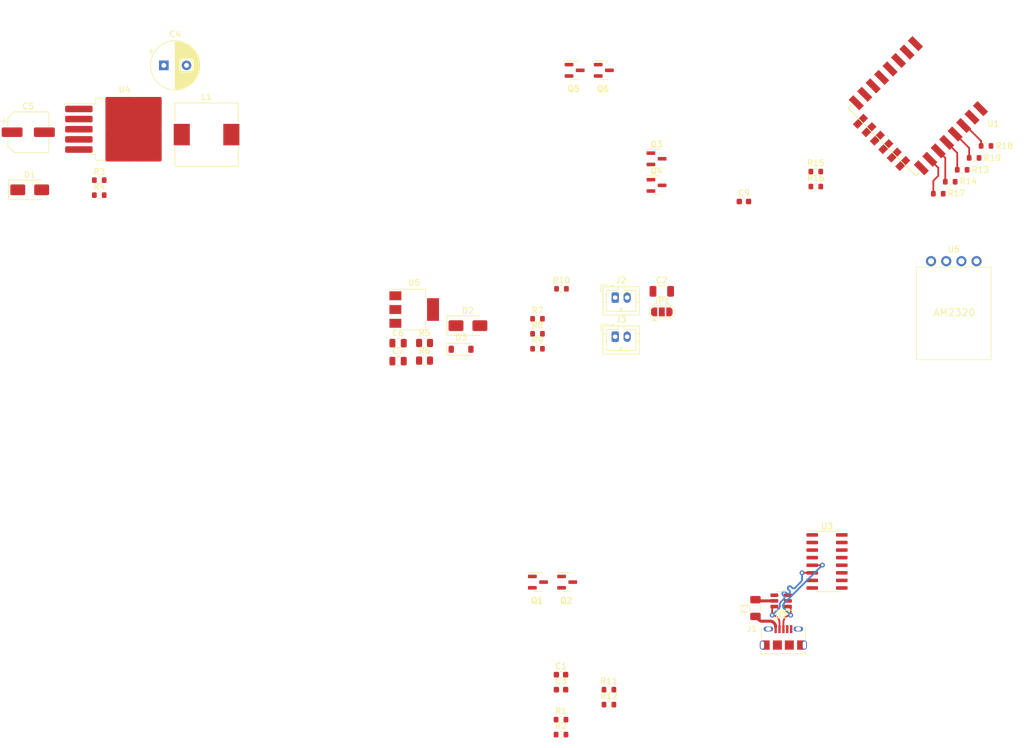
<source format=kicad_pcb>
(kicad_pcb (version 20221018) (generator pcbnew)
  (layers (0 "F.Cu" signal) (31 "B.Cu" signal) (34 "B.Paste" user) (35 "F.Paste" user) (36 "B.SilkS" user "B.Silkscreen") (37 "F.SilkS" user "F.Silkscreen") (38 "B.Mask" user) (39 "F.Mask" user) (44 "Edge.Cuts" user))
  (net 0 "")
  (net 1 "+3.3V")
  (net 2 "GND")
  (net 3 "ESP_EN")
  (net 4 "+24V")
  (net 5 "Net-(Q3-S)")
  (net 6 "+5V")
  (net 7 "ESP_RST")
  (net 8 "/OUT")
  (net 9 "VBUS")
  (net 10 "Net-(D3-A)")
  (net 11 "Net-(J1-VBUS)")
  (net 13 "Net-(J3-Pin_2)")
  (net 14 "Net-(J4-Pin_1)")
  (net 15 "Net-(Q1-G)")
  (net 16 "Net-(Q1-S)")
  (net 17 "ESP_GPIO0")
  (net 18 "Net-(Q2-S)")
  (net 19 "Net-(Q3-G)")
  (net 20 "Net-(Q3-D)")
  (net 21 "Net-(Q5-G)")
  (net 22 "Net-(Q6-G)")
  (net 23 "ESP_RXD")
  (net 24 "ESP_TXD")
  (net 25 "/FB")
  (net 26 "ESP_PWM-LEDS")
  (net 27 "ESP_PWM-FAN")
  (net 28 "Net-(U3-~{RTS})")
  (net 29 "ESP_GPIO2")
  (net 30 "ESP_GPIO15")
  (net 31 "Net-(U1-GPIO5)")
  (net 32 "Net-(U1-GPIO4)")
  (net 35 "ESP_PIR-SENS")
  (net 51 "/D-")
  (net 52 "/D+")
  (footprint "Resistor_SMD:R_0805_2012Metric" (layer "F.Cu") (at 113.01 95)
    (fp_text reference "R5" (at 0 -1.65) (layer "F.SilkS"))
    (fp_text value "1k")
    (pad "1" smd roundrect (at -0.9125 0) (size 1.025 1.4) (layers "F.Cu" "F.Paste" "F.Mask") (roundrect_rratio 0.243902) (net 19 "Net-(Q3-G)"))
    (pad "2" smd roundrect (at 0.9125 0) (size 1.025 1.4) (layers "F.Cu" "F.Paste" "F.Mask") (roundrect_rratio 0.243902) (net 9 "VBUS"))
  )
  (footprint "Package_TO_SOT_SMD:SOT-23" (layer "F.Cu") (at 151.84 68.6)
    (fp_text reference "Q4" (at 0 -2.4) (layer "F.SilkS"))
    (fp_text value "SI2301")
    (pad "1" smd roundrect (at -0.9375 -0.95) (size 1.475 0.6) (layers "F.Cu" "F.Paste" "F.Mask") (net 19 "Net-(Q3-G)"))
    (pad "2" smd roundrect (at -0.9375 0.95) (size 1.475 0.6) (layers "F.Cu" "F.Paste" "F.Mask") (net 6 "+5V"))
    (pad "3" smd roundrect (at 0.9375 0) (size 1.475 0.6) (layers "F.Cu" "F.Paste" "F.Mask") (net 20 "Net-(Q3-D)"))
  )
  (footprint "Resistor_SMD:R_0603_1608Metric" (layer "F.Cu") (at 58.565 67.73)
    (fp_text reference "R3" (at 0 -1.43) (layer "F.SilkS"))
    (fp_text value "1k2")
    (pad "1" smd roundrect (at -0.825 0) (size 0.8 0.95) (layers "F.Cu" "F.Paste" "F.Mask") (net 2 "GND"))
    (pad "2" smd roundrect (at 0.825 0) (size 0.8 0.95) (layers "F.Cu" "F.Paste" "F.Mask") (net 25 "/FB"))
  )
  (footprint "Diode_SMD:D_SMA" (layer "F.Cu") (at 46.92 69.35)
    (fp_text reference "D1" (at 0 -2.5) (layer "F.SilkS"))
    (fp_text value "SS34")
    (pad "1" smd roundrect (at -2 0) (size 2.5 1.8) (layers "F.Cu" "F.Paste" "F.Mask") (roundrect_rratio 0.1388888889) (net 8 "/OUT"))
    (pad "2" smd roundrect (at 2 0) (size 2.5 1.8) (layers "F.Cu" "F.Paste" "F.Mask") (roundrect_rratio 0.1388888889) (net 2 "GND"))
  )
  (footprint "Capacitor_SMD:C_0603_1608Metric" (layer "F.Cu") (at 135.855 150.555)
    (fp_text reference "C1" (at 0 -1.43) (layer "F.SilkS"))
    (fp_text value "100n")
    (pad "1" smd roundrect (at -0.775 0) (size 0.9 0.95) (layers "F.Cu" "F.Paste" "F.Mask") (net 1 "+3.3V"))
    (pad "2" smd roundrect (at 0.775 0) (size 0.9 0.95) (layers "F.Cu" "F.Paste" "F.Mask") (net 2 "GND"))
  )
  (footprint "Diode_SMD:D_SOD-123" (layer "F.Cu") (at 119.125 96.05)
    (fp_text reference "D3" (at 0 -2) (layer "F.SilkS"))
    (fp_text value "1N4148")
    (pad "1" smd roundrect (at -1.65 0) (size 0.9 1.2) (layers "F.Cu" "F.Paste" "F.Mask") (net 4 "+24V"))
    (pad "2" smd roundrect (at 1.65 0) (size 0.9 1.2) (layers "F.Cu" "F.Paste" "F.Mask") (net 10 "Net-(D3-A)"))
  )
  (footprint "Diode_SMD:D_SMA" (layer "F.Cu") (at 120.275 92.1)
    (fp_text reference "D2" (at 0 -2.5) (layer "F.SilkS"))
    (fp_text value "SS34")
    (pad "1" smd roundrect (at -2 0) (size 2.5 1.8) (layers "F.Cu" "F.Paste" "F.Mask") (roundrect_rratio 0.1388888889) (net 6 "+5V"))
    (pad "2" smd roundrect (at 2 0) (size 2.5 1.8) (layers "F.Cu" "F.Paste" "F.Mask") (roundrect_rratio 0.1388888889) (net 9 "VBUS"))
  )
  (footprint "Resistor_SMD:R_0805_2012Metric" (layer "F.Cu") (at 113.01 97.95)
    (fp_text reference "R6" (at 0 -1.65) (layer "F.SilkS"))
    (fp_text value "10k")
    (pad "1" smd roundrect (at -0.9125 0) (size 1.025 1.4) (layers "F.Cu" "F.Paste" "F.Mask") (roundrect_rratio 0.243902) (net 9 "VBUS"))
    (pad "2" smd roundrect (at 0.9125 0) (size 1.025 1.4) (layers "F.Cu" "F.Paste" "F.Mask") (roundrect_rratio 0.243902) (net 2 "GND"))
  )
  (footprint "Fuse:Fuse_1206_3216Metric" (layer "F.Cu") (at 168.4 139.4 90)
    (fp_text reference "F1" (at 0 -1.82 90) (layer "F.SilkS"))
    (fp_text value "1A5")
    (pad "1" smd roundrect (at -1.4 0 90) (size 1.25 1.75) (layers "F.Cu" "F.Paste" "F.Mask") (roundrect_rratio 0.2) (net 11 "Net-(J1-VBUS)"))
    (pad "2" smd roundrect (at 1.4 0 90) (size 1.25 1.75) (layers "F.Cu" "F.Paste" "F.Mask") (roundrect_rratio 0.2) (net 9 "VBUS"))
  )
  (footprint "Capacitor_SMD:C_0603_1608Metric" (layer "F.Cu") (at 166.47 71.31)
    (fp_text reference "C9" (at 0 -1.43) (layer "F.SilkS"))
    (fp_text value "470p")
    (pad "1" smd roundrect (at -0.775 0) (size 0.9 0.95) (layers "F.Cu" "F.Paste" "F.Mask") (net 7 "ESP_RST"))
    (pad "2" smd roundrect (at 0.775 0) (size 0.9 0.95) (layers "F.Cu" "F.Paste" "F.Mask") (net 2 "GND"))
  )
  (footprint "USB:SI2300 SOT-23" (layer "F.Cu") (at 131.845 138.655)
    (fp_text reference "Q1" (at 0 -0.5 unlocked) (layer "F.SilkS") (effects (font (thickness 0.2) bold)))
    (fp_text value "SI2300")
    (pad "1" smd roundrect (at 1.0875 -3.6) (size 1.475 0.6) (layers "F.Cu" "F.Paste" "F.Mask") (net 3 "ESP_EN"))
    (pad "2" smd roundrect (at -0.7875 -4.55) (size 1.475 0.6) (layers "F.Cu" "F.Paste" "F.Mask") (net 15 "Net-(Q1-G)"))
    (pad "3" smd roundrect (at -0.7875 -2.65) (size 1.475 0.6) (layers "F.Cu" "F.Paste" "F.Mask") (net 16 "Net-(Q1-S)"))
  )
  (footprint "Resistor_SMD:R_0603_1608Metric" (layer "F.Cu") (at 131.92 90.95)
    (fp_text reference "R7" (at 0 -1.43) (layer "F.SilkS"))
    (fp_text value "0")
    (pad "1" smd roundrect (at -0.825 0) (size 0.8 0.95) (layers "F.Cu" "F.Paste" "F.Mask") (net 21 "Net-(Q5-G)"))
    (pad "2" smd roundrect (at 0.825 0) (size 0.8 0.95) (layers "F.Cu" "F.Paste" "F.Mask") (net 26 "ESP_PWM-LEDS"))
  )
  (footprint "USB:SI2300 SOT-23" (layer "F.Cu") (at 137.98 52.93)
    (fp_text reference "Q5" (at 0 -0.5 unlocked) (layer "F.SilkS") (effects (font (thickness 0.2) bold)))
    (fp_text value "SI2300")
    (pad "1" smd roundrect (at 1.0875 -3.6) (size 1.475 0.6) (layers "F.Cu" "F.Paste" "F.Mask") (net 13 "Net-(J3-Pin_2)"))
    (pad "2" smd roundrect (at -0.7875 -4.55) (size 1.475 0.6) (layers "F.Cu" "F.Paste" "F.Mask") (net 21 "Net-(Q5-G)"))
    (pad "3" smd roundrect (at -0.7875 -2.65) (size 1.475 0.6) (layers "F.Cu" "F.Paste" "F.Mask") (net 2 "GND"))
  )
  (footprint "Resistor_SMD:R_0603_1608Metric" (layer "F.Cu") (at 131.92 93.46)
    (fp_text reference "R8" (at 0 -1.43) (layer "F.SilkS"))
    (fp_text value "10k")
    (pad "1" smd roundrect (at -0.825 0) (size 0.8 0.95) (layers "F.Cu" "F.Paste" "F.Mask") (net 21 "Net-(Q5-G)"))
    (pad "2" smd roundrect (at 0.825 0) (size 0.8 0.95) (layers "F.Cu" "F.Paste" "F.Mask") (net 2 "GND"))
  )
  (footprint "Package_TO_SOT_SMD:SOT-223-3_TabPin2" (layer "F.Cu") (at 111.28 89.4)
    (fp_text reference "U5" (at 0 -4.5) (layer "F.SilkS"))
    (fp_text value "AMS1117-3.3")
    (pad "1" smd rect (at -3.15 -2.3) (size 2 1.5) (layers "F.Cu" "F.Paste" "F.Mask") (net 2 "GND"))
    (pad "2" smd rect (at -3.15 0) (size 2 1.5) (layers "F.Cu" "F.Paste" "F.Mask") (net 1 "+3.3V"))
    (pad "2" smd rect (at 3.15 0) (size 2 3.8) (layers "F.Cu" "F.Paste" "F.Mask") (net 1 "+3.3V"))
    (pad "3" smd rect (at -3.15 2.3) (size 2 1.5) (layers "F.Cu" "F.Paste" "F.Mask") (net 6 "+5V"))
  )
  (footprint "Package_TO_SOT_SMD:SOT-23" (layer "F.Cu") (at 151.84 64.15)
    (fp_text reference "Q3" (at 0 -2.4) (layer "F.SilkS"))
    (fp_text value "SI2301")
    (pad "1" smd roundrect (at -0.9375 -0.95) (size 1.475 0.6) (layers "F.Cu" "F.Paste" "F.Mask") (net 19 "Net-(Q3-G)"))
    (pad "2" smd roundrect (at -0.9375 0.95) (size 1.475 0.6) (layers "F.Cu" "F.Paste" "F.Mask") (net 5 "Net-(Q3-S)"))
    (pad "3" smd roundrect (at 0.9375 0) (size 1.475 0.6) (layers "F.Cu" "F.Paste" "F.Mask") (net 20 "Net-(Q3-D)"))
  )
  (footprint "Resistor_SMD:R_0603_1608Metric" (layer "F.Cu") (at 207 62 180)
    (fp_text reference "R18" (at -3.048 0) (layer "F.SilkS"))
    (fp_text value "4k7")
    (pad "1" smd roundrect (at -0.825 0 180) (size 0.8 0.95) (layers "F.Cu" "F.Paste" "F.Mask") (net 1 "+3.3V"))
    (pad "2" smd roundrect (at 0.825 0 180) (size 0.8 0.95) (layers "F.Cu" "F.Paste" "F.Mask") (net 31 "Net-(U1-GPIO5)"))
  )
  (footprint "Resistor_SMD:R_0603_1608Metric" (layer "F.Cu") (at 178.5 66.29)
    (fp_text reference "R15" (at 0 -1.43) (layer "F.SilkS"))
    (fp_text value "10k")
    (pad "1" smd roundrect (at -0.825 0) (size 0.8 0.95) (layers "F.Cu" "F.Paste" "F.Mask") (net 3 "ESP_EN"))
    (pad "2" smd roundrect (at 0.825 0) (size 0.8 0.95) (layers "F.Cu" "F.Paste" "F.Mask") (net 1 "+3.3V"))
  )
  (footprint "Resistor_SMD:R_0603_1608Metric" (layer "F.Cu") (at 178.5 68.8)
    (fp_text reference "R16" (at 0 -1.43) (layer "F.SilkS"))
    (fp_text value "10k")
    (pad "1" smd roundrect (at -0.825 0) (size 0.8 0.95) (layers "F.Cu" "F.Paste" "F.Mask") (net 7 "ESP_RST"))
    (pad "2" smd roundrect (at 0.825 0) (size 0.8 0.95) (layers "F.Cu" "F.Paste" "F.Mask") (net 1 "+3.3V"))
  )
  (footprint "Custom:AM2320" (layer "F.Cu") (at 201.6 81.3 180)
    (fp_text reference "U6" (at 0 2 unlocked) (layer "F.SilkS"))
    (fp_text value "AM2320")
    (fp_text user "AM2320" (at 3.5 -9.3 unlocked) (layer "F.SilkS") (effects (font (size 1.2 1.2)) (justify left bottom)))
    (pad "1" thru_hole oval (at -3.81 0 270) (size 1.7 1.7) (drill 1) (layers "*.Cu" "*.Mask") (net 1 "+3.3V"))
    (pad "2" thru_hole oval (at -1.27 0 270) (size 1.7 1.7) (drill 1) (layers "*.Cu" "*.Mask") (net 32 "Net-(U1-GPIO4)"))
    (pad "3" thru_hole oval (at 1.27 0 270) (size 1.7 1.7) (drill 1) (layers "*.Cu" "*.Mask") (net 2 "GND"))
    (pad "4" thru_hole oval (at 3.81 0 270) (size 1.7 1.7) (drill 1) (layers "*.Cu" "*.Mask") (net 31 "Net-(U1-GPIO5)"))
  )
  (footprint "ESP8266:ESP-12E_SMD" (layer "F.Cu") (at 195.671032 45.357829 -45)
    (fp_text reference "U1" (at 18.010815 0.292179) (layer "F.SilkS"))
    (fp_text value "ESP12-F" hide)
    (pad "1" smd rect (at 0 0 315) (size 2.5 1.1) (drill (offset -0.7 0)) (layers "F.Cu" "F.Paste" "F.Mask") (net 7 "ESP_RST"))
    (pad "2" smd rect (at 0 2 315) (size 2.5 1.1) (drill (offset -0.7 0)) (layers "F.Cu" "F.Paste" "F.Mask"))
    (pad "3" smd rect (at 0 4 315) (size 2.5 1.1) (drill (offset -0.7 0)) (layers "F.Cu" "F.Paste" "F.Mask") (net 3 "ESP_EN"))
    (pad "4" smd rect (at 0 6 315) (size 2.5 1.1) (drill (offset -0.7 0)) (layers "F.Cu" "F.Paste" "F.Mask"))
    (pad "5" smd rect (at 0 8 315) (size 2.5 1.1) (drill (offset -0.7 0)) (layers "F.Cu" "F.Paste" "F.Mask") (net 35 "ESP_PIR-SENS"))
    (pad "6" smd rect (at 0 10 315) (size 2.5 1.1) (drill (offset -0.7 0)) (layers "F.Cu" "F.Paste" "F.Mask") (net 26 "ESP_PWM-LEDS"))
    (pad "7" smd rect (at 0 12 315) (size 2.5 1.1) (drill (offset -0.7 0)) (layers "F.Cu" "F.Paste" "F.Mask") (net 27 "ESP_PWM-FAN"))
    (pad "8" smd rect (at 0 14 315) (size 2.5 1.1) (drill (offset -0.7 0)) (layers "F.Cu" "F.Paste" "F.Mask") (net 1 "+3.3V"))
    (pad "9" smd rect (at 14 14 315) (size 2.5 1.1) (drill (offset 0.7 0)) (layers "F.Cu" "F.Paste" "F.Mask") (net 2 "GND"))
    (pad "10" smd rect (at 14 12 315) (size 2.5 1.1) (drill (offset 0.7 0)) (layers "F.Cu" "F.Paste" "F.Mask") (net 30 "ESP_GPIO15"))
    (pad "11" smd rect (at 14 10 315) (size 2.5 1.1) (drill (offset 0.7 0)) (layers "F.Cu" "F.Paste" "F.Mask") (net 29 "ESP_GPIO2"))
    (pad "12" smd rect (at 14 8 315) (size 2.5 1.1) (drill (offset 0.7 0)) (layers "F.Cu" "F.Paste" "F.Mask") (net 17 "ESP_GPIO0"))
    (pad "13" smd rect (at 14 6 315) (size 2.5 1.1) (drill (offset 0.7 0)) (layers "F.Cu" "F.Paste" "F.Mask") (net 32 "Net-(U1-GPIO4)"))
    (pad "14" smd rect (at 14 4 315) (size 2.5 1.1) (drill (offset 0.7 0)) (layers "F.Cu" "F.Paste" "F.Mask") (net 31 "Net-(U1-GPIO5)"))
    (pad "15" smd rect (at 14 2 315) (size 2.5 1.1) (drill (offset 0.7 0)) (layers "F.Cu" "F.Paste" "F.Mask") (net 23 "ESP_RXD"))
    (pad "16" smd rect (at 14 0 315) (size 2.5 1.1) (drill (offset 0.7 0)) (layers "F.Cu" "F.Paste" "F.Mask") (net 24 "ESP_TXD"))
    (pad "17" smd rect (at 1.99 15 45) (size 2.5 1.1) (drill (offset -0.7 0)) (layers "F.Cu" "F.Paste" "F.Mask"))
    (pad "18" smd rect (at 3.99 15 45) (size 2.5 1.1) (drill (offset -0.7 0)) (layers "F.Cu" "F.Paste" "F.Mask"))
    (pad "19" smd rect (at 5.99 15 45) (size 2.5 1.1) (drill (offset -0.7 0)) (layers "F.Cu" "F.Paste" "F.Mask"))
    (pad "20" smd rect (at 7.99 15 45) (size 2.5 1.1) (drill (offset -0.7 0)) (layers "F.Cu" "F.Paste" "F.Mask"))
    (pad "21" smd rect (at 9.99 15 45) (size 2.5 1.1) (drill (offset -0.7 0)) (layers "F.Cu" "F.Paste" "F.Mask"))
    (pad "22" smd rect (at 11.99 15 45) (size 2.5 1.1) (drill (offset -0.7 0)) (layers "F.Cu" "F.Paste" "F.Mask"))
  )
  (footprint "Resistor_SMD:R_0603_1608Metric" (layer "F.Cu") (at 205 64 180)
    (fp_text reference "R19" (at -3.048 0) (layer "F.SilkS"))
    (fp_text value "4k7")
    (pad "1" smd roundrect (at -0.825 0 180) (size 0.8 0.95) (layers "F.Cu" "F.Paste" "F.Mask") (net 1 "+3.3V"))
    (pad "2" smd roundrect (at 0.825 0 180) (size 0.8 0.95) (layers "F.Cu" "F.Paste" "F.Mask") (net 32 "Net-(U1-GPIO4)"))
  )
  (footprint "Resistor_SMD:R_0603_1608Metric" (layer "F.Cu") (at 199 70)
    (fp_text reference "R17" (at 3.03 -0.08) (layer "F.SilkS"))
    (fp_text value "10k")
    (pad "1" smd roundrect (at -0.825 0) (size 0.8 0.95) (layers "F.Cu" "F.Paste" "F.Mask") (net 30 "ESP_GPIO15"))
    (pad "2" smd roundrect (at 0.825 0) (size 0.8 0.95) (layers "F.Cu" "F.Paste" "F.Mask") (net 2 "GND"))
  )
  (footprint "Capacitor_SMD:C_1206_3216Metric" (layer "F.Cu") (at 152.72 86.35)
    (fp_text reference "C2" (at 0 -1.85) (layer "F.SilkS"))
    (fp_text value "100u")
    (pad "1" smd roundrect (at -1.475 0) (size 1.15 1.8) (layers "F.Cu" "F.Paste" "F.Mask") (roundrect_rratio 0.217391) (net 1 "+3.3V"))
    (pad "2" smd roundrect (at 1.475 0) (size 1.15 1.8) (layers "F.Cu" "F.Paste" "F.Mask") (roundrect_rratio 0.217391) (net 2 "GND"))
  )
  (footprint "USB:SI2300 SOT-23" (layer "F.Cu") (at 142.87 52.93)
    (fp_text reference "Q6" (at 0 -0.5 unlocked) (layer "F.SilkS") (effects (font (thickness 0.2) bold)))
    (fp_text value "SI2300")
    (pad "1" smd roundrect (at 1.0875 -3.6) (size 1.475 0.6) (layers "F.Cu" "F.Paste" "F.Mask") (net 10 "Net-(D3-A)"))
    (pad "2" smd roundrect (at -0.7875 -4.55) (size 1.475 0.6) (layers "F.Cu" "F.Paste" "F.Mask") (net 22 "Net-(Q6-G)"))
    (pad "3" smd roundrect (at -0.7875 -2.65) (size 1.475 0.6) (layers "F.Cu" "F.Paste" "F.Mask") (net 2 "GND"))
  )
  (footprint "Capacitor_SMD:C_0603_1608Metric" (layer "F.Cu") (at 135.855 153.065)
    (fp_text reference "C3" (at 0 -1.43) (layer "F.SilkS"))
    (fp_text value "1u")
    (pad "1" smd roundrect (at -0.775 0) (size 0.9 0.95) (layers "F.Cu" "F.Paste" "F.Mask") (net 3 "ESP_EN"))
    (pad "2" smd roundrect (at 0.775 0) (size 0.9 0.95) (layers "F.Cu" "F.Paste" "F.Mask") (net 2 "GND"))
  )
  (footprint "Resistor_SMD:R_0603_1608Metric" (layer "F.Cu") (at 143.875 155.575)
    (fp_text reference "R12" (at 0 -1.43) (layer "F.SilkS"))
    (fp_text value "0")
    (pad "1" smd roundrect (at -0.825 0) (size 0.8 0.95) (layers "F.Cu" "F.Paste" "F.Mask") (net 28 "Net-(U3-~{RTS})"))
    (pad "2" smd roundrect (at 0.825 0) (size 0.8 0.95) (layers "F.Cu" "F.Paste" "F.Mask") (net 16 "Net-(Q1-S)"))
  )
  (footprint "Capacitor_SMD:CP_Elec_6.3x7.7" (layer "F.Cu") (at 46.675 59.7)
    (fp_text reference "C5" (at 0 -4.35) (layer "F.SilkS"))
    (fp_text value "220u")
    (pad "1" smd roundrect (at -2.7 0) (size 3.5 1.6) (layers "F.Cu" "F.Paste" "F.Mask") (roundrect_rratio 0.15625) (net 5 "Net-(Q3-S)"))
    (pad "2" smd roundrect (at 2.7 0) (size 3.5 1.6) (layers "F.Cu" "F.Paste" "F.Mask") (roundrect_rratio 0.15625) (net 2 "GND"))
  )
  (footprint "Package_TO_SOT_SMD:SOT-23-6" (layer "F.Cu") (at 172.7 138.2 180)
    (fp_text reference "U2" (at 0 -2.4) (layer "F.SilkS"))
    (fp_text value "SRV05-4")
    (pad "1" smd roundrect (at -1.1375 -0.95 180) (size 1.325 0.6) (layers "F.Cu" "F.Paste" "F.Mask") (net 52 "/D+"))
    (pad "2" smd roundrect (at -1.1375 0 180) (size 1.325 0.6) (layers "F.Cu" "F.Paste" "F.Mask") (net 2 "GND"))
    (pad "3" smd roundrect (at -1.1375 0.95 180) (size 1.325 0.6) (layers "F.Cu" "F.Paste" "F.Mask"))
    (pad "4" smd roundrect (at 1.1375 0.95 180) (size 1.325 0.6) (layers "F.Cu" "F.Paste" "F.Mask"))
    (pad "5" smd roundrect (at 1.1375 0 180) (size 1.325 0.6) (layers "F.Cu" "F.Paste" "F.Mask") (net 9 "VBUS"))
    (pad "6" smd roundrect (at 1.1375 -0.95 180) (size 1.325 0.6) (layers "F.Cu" "F.Paste" "F.Mask") (net 51 "/D-"))
  )
  (footprint "Capacitor_SMD:C_0805_2012Metric" (layer "F.Cu") (at 108.58 95.03)
    (fp_text reference "C6" (at 0 -1.68) (layer "F.SilkS"))
    (fp_text value "10u")
    (pad "1" smd roundrect (at -0.95 0) (size 1 1.45) (layers "F.Cu" "F.Paste" "F.Mask") (net 6 "+5V"))
    (pad "2" smd roundrect (at 0.95 0) (size 1 1.45) (layers "F.Cu" "F.Paste" "F.Mask") (net 2 "GND"))
  )
  (footprint "Capacitor_THT:CP_Radial_D8.0mm_P3.80mm" (layer "F.Cu") (at 69.369698 48.5)
    (fp_text reference "C4" (at 1.9 -5.25) (layer "F.SilkS"))
    (fp_text value "100u")
    (pad "1" thru_hole rect (at 0 0) (size 1.6 1.6) (drill 0.8) (layers "*.Cu" "*.Mask") (net 4 "+24V"))
    (pad "2" thru_hole circle (at 3.8 0) (size 1.6 1.6) (drill 0.8) (layers "*.Cu" "*.Mask") (net 2 "GND"))
  )
  (footprint "Capacitor_SMD:C_0805_2012Metric" (layer "F.Cu") (at 108.58 98.04)
    (fp_text reference "C7" (at 0 -1.68) (layer "F.SilkS"))
    (fp_text value "10u")
    (pad "1" smd roundrect (at -0.95 0) (size 1 1.45) (layers "F.Cu" "F.Paste" "F.Mask") (net 1 "+3.3V"))
    (pad "2" smd roundrect (at 0.95 0) (size 1 1.45) (layers "F.Cu" "F.Paste" "F.Mask") (net 2 "GND"))
  )
  (footprint "USB:SI2300 SOT-23" (layer "F.Cu") (at 136.735 138.655)
    (fp_text reference "Q2" (at 0 -0.5 unlocked) (layer "F.SilkS") (effects (font (thickness 0.2) bold)))
    (fp_text value "SI2300")
    (pad "1" smd roundrect (at 1.0875 -3.6) (size 1.475 0.6) (layers "F.Cu" "F.Paste" "F.Mask") (net 17 "ESP_GPIO0"))
    (pad "2" smd roundrect (at -0.7875 -4.55) (size 1.475 0.6) (layers "F.Cu" "F.Paste" "F.Mask") (net 16 "Net-(Q1-S)"))
    (pad "3" smd roundrect (at -0.7875 -2.65) (size 1.475 0.6) (layers "F.Cu" "F.Paste" "F.Mask") (net 18 "Net-(Q2-S)"))
  )
  (footprint "USB:AMPHENOL_10118194-0001LF" (layer "F.Cu") (at 173.075 145.6)
    (fp_text reference "J1" (at -5.275 -2.7) (layer "F.SilkS"))
    (fp_text value "USB_B_Micro" hide)
    (fp_poly (pts (xy -2.3 -0.775) (xy -2.3 0.775) (xy -3.445 0.775) (xy -3.471 0.774) (xy -3.497 0.772) (xy -3.523 0.769) (xy -3.549 0.764) (xy -3.574 0.758) (xy -3.6 0.751) (xy -3.624 0.742) (xy -3.648 0.732) (xy -3.672 0.721) (xy -3.695 0.708) (xy -3.717 0.694) (xy -3.739 0.68) (xy -3.76 0.664) (xy -3.78 0.647) (xy -3.799 0.629) (xy -3.817 0.61) (xy -3.834 0.59) (xy -3.85 0.569) (xy -3.864 0.547) (xy -3.878 0.525) (xy -3.891 0.502) (xy -3.902 0.478) (xy -3.912 0.454) (xy -3.921 0.43) (xy -3.928 0.404) (xy -3.934 0.379) (xy -3.939 0.353) (xy -3.942 0.327) (xy -3.944 0.301) (xy -3.945 0.275) (xy -3.945 -0.275) (xy -3.944 -0.301) (xy -3.942 -0.327) (xy -3.939 -0.353) (xy -3.934 -0.379) (xy -3.928 -0.404) (xy -3.921 -0.43) (xy -3.912 -0.454) (xy -3.902 -0.478) (xy -3.891 -0.502) (xy -3.878 -0.525) (xy -3.864 -0.547) (xy -3.85 -0.569) (xy -3.834 -0.59) (xy -3.817 -0.61) (xy -3.799 -0.629) (xy -3.78 -0.647) (xy -3.76 -0.664) (xy -3.739 -0.68) (xy -3.717 -0.694) (xy -3.695 -0.708) (xy -3.672 -0.721) (xy -3.648 -0.732) (xy -3.624 -0.742) (xy -3.6 -0.751) (xy -3.574 -0.758) (xy -3.549 -0.764) (xy -3.523 -0.769) (xy -3.497 -0.772) (xy -3.471 -0.774) (xy -3.445 -0.775) (xy -2.3 -0.775)) (stroke (width 0.01)) (fill solid) (layer "F.Cu"))
    (fp_poly (pts (xy 2.3 -0.775) (xy 2.3 0.775) (xy 3.445 0.775) (xy 3.471 0.774) (xy 3.497 0.772) (xy 3.523 0.769) (xy 3.549 0.764) (xy 3.574 0.758) (xy 3.6 0.751) (xy 3.624 0.742) (xy 3.648 0.732) (xy 3.672 0.721) (xy 3.695 0.708) (xy 3.717 0.694) (xy 3.739 0.68) (xy 3.76 0.664) (xy 3.78 0.647) (xy 3.799 0.629) (xy 3.817 0.61) (xy 3.834 0.59) (xy 3.85 0.569) (xy 3.864 0.547) (xy 3.878 0.525) (xy 3.891 0.502) (xy 3.902 0.478) (xy 3.912 0.454) (xy 3.921 0.43) (xy 3.928 0.404) (xy 3.934 0.379) (xy 3.939 0.353) (xy 3.942 0.327) (xy 3.944 0.301) (xy 3.945 0.275) (xy 3.945 -0.275) (xy 3.944 -0.301) (xy 3.942 -0.327) (xy 3.939 -0.353) (xy 3.934 -0.379) (xy 3.928 -0.404) (xy 3.921 -0.43) (xy 3.912 -0.454) (xy 3.902 -0.478) (xy 3.891 -0.502) (xy 3.878 -0.525) (xy 3.864 -0.547) (xy 3.85 -0.569) (xy 3.834 -0.59) (xy 3.817 -0.61) (xy 3.799 -0.629) (xy 3.78 -0.647) (xy 3.76 -0.664) (xy 3.739 -0.68) (xy 3.717 -0.694) (xy 3.695 -0.708) (xy 3.672 -0.721) (xy 3.648 -0.732) (xy 3.624 -0.742) (xy 3.6 -0.751) (xy 3.574 -0.758) (xy 3.549 -0.764) (xy 3.523 -0.769) (xy 3.497 -0.772) (xy 3.471 -0.774) (xy 3.445 -0.775) (xy 2.3 -0.775)) (stroke (width 0.01)) (fill solid) (layer "F.Cu"))
    (pad "1" smd rect (at -1.3 -2.675) (size 0.4 1.35) (layers "F.Cu" "F.Paste" "F.Mask") (net 11 "Net-(J1-VBUS)"))
    (pad "2" smd rect (at -0.65 -2.675) (size 0.4 1.35) (layers "F.Cu" "F.Paste" "F.Mask") (net 51 "/D-"))
    (pad "3" smd rect (at 0 -2.675) (size 0.4 1.35) (layers "F.Cu" "F.Paste" "F.Mask") (net 52 "/D+"))
    (pad "4" smd rect (at 0.65 -2.675) (size 0.4 1.35) (layers "F.Cu" "F.Paste" "F.Mask") (net 2 "GND"))
    (pad "5" smd rect (at 1.3 -2.675) (size 0.4 1.35) (layers "F.Cu" "F.Paste" "F.Mask") (net 2 "GND"))
    (pad "6" thru_hole oval (at -3.525 0) (size 0.75 1.5) (drill oval 0.55 1.2) (layers "*.Cu" "*.Mask"))
    (pad "6" thru_hole oval (at -2.5 -2.7) (size 1.6 0.8) (drill oval 0.9 0.6) (layers "*.Cu" "*.Mask"))
    (pad "6" smd rect (at -1 0) (size 1.5 1.55) (layers "F.Cu" "F.Paste" "F.Mask"))
    (pad "6" smd rect (at 1 0) (size 1.5 1.55) (layers "F.Cu" "F.Paste" "F.Mask"))
    (pad "6" thru_hole oval (at 2.5 -2.7) (size 1.6 0.8) (drill oval 0.9 0.6) (layers "*.Cu" "*.Mask"))
    (pad "6" thru_hole oval (at 3.525 0) (size 0.75 1.5) (drill oval 0.55 1.2) (layers "*.Cu" "*.Mask"))
  )
  (footprint "Connector_JST:JST_PH_B2B-PH-K_1x02_P2.00mm_Vertical" (layer "F.Cu") (at 144.92 93.95)
    (fp_text reference "J3" (at 1 -2.9) (layer "F.SilkS"))
    (fp_text value "Leds connector")
    (pad "1" thru_hole roundrect (at 0 0) (size 1.2 1.75) (drill 0.75) (layers "*.Cu" "*.Mask") (roundrect_rratio 0.208333) (net 4 "+24V"))
    (pad "2" thru_hole oval (at 2 0) (size 1.2 1.75) (drill 0.75) (layers "*.Cu" "*.Mask") (net 13 "Net-(J3-Pin_2)"))
  )
  (footprint "Resistor_SMD:R_0603_1608Metric" (layer "F.Cu") (at 58.565 70.24)
    (fp_text reference "R4" (at 0 -1.43) (layer "F.SilkS"))
    (fp_text value "3k9")
    (pad "1" smd roundrect (at -0.825 0) (size 0.8 0.95) (layers "F.Cu" "F.Paste" "F.Mask") (net 25 "/FB"))
    (pad "2" smd roundrect (at 0.825 0) (size 0.8 0.95) (layers "F.Cu" "F.Paste" "F.Mask") (net 5 "Net-(Q3-S)"))
  )
  (footprint "Resistor_SMD:R_0603_1608Metric" (layer "F.Cu") (at 143.875 153.065)
    (fp_text reference "R11" (at 0 -1.43) (layer "F.SilkS"))
    (fp_text value "0")
    (pad "1" smd roundrect (at -0.825 0) (size 0.8 0.95) (layers "F.Cu" "F.Paste" "F.Mask") (net 18 "Net-(Q2-S)"))
    (pad "2" smd roundrect (at 0.825 0) (size 0.8 0.95) (layers "F.Cu" "F.Paste" "F.Mask") (net 15 "Net-(Q1-G)"))
  )
  (footprint "Resistor_SMD:R_0603_1608Metric" (layer "F.Cu") (at 203 66)
    (fp_text reference "R13" (at 3.048 0) (layer "F.SilkS"))
    (fp_text value "10k")
    (pad "1" smd roundrect (at -0.825 0) (size 0.8 0.95) (layers "F.Cu" "F.Paste" "F.Mask") (net 17 "ESP_GPIO0"))
    (pad "2" smd roundrect (at 0.825 0) (size 0.8 0.95) (layers "F.Cu" "F.Paste" "F.Mask") (net 1 "+3.3V"))
  )
  (footprint "Resistor_SMD:R_0603_1608Metric" (layer "F.Cu") (at 131.92 95.97)
    (fp_text reference "R9" (at 0 -1.43) (layer "F.SilkS"))
    (fp_text value "0")
    (pad "1" smd roundrect (at -0.825 0) (size 0.8 0.95) (layers "F.Cu" "F.Paste" "F.Mask") (net 22 "Net-(Q6-G)"))
    (pad "2" smd roundrect (at 0.825 0) (size 0.8 0.95) (layers "F.Cu" "F.Paste" "F.Mask") (net 27 "ESP_PWM-FAN"))
  )
  (footprint "Resistor_SMD:R_0603_1608Metric" (layer "F.Cu") (at 201 68)
    (fp_text reference "R14" (at 3.048 -0.09) (layer "F.SilkS"))
    (fp_text value "10k")
    (pad "1" smd roundrect (at -0.825 0) (size 0.8 0.95) (layers "F.Cu" "F.Paste" "F.Mask") (net 29 "ESP_GPIO2"))
    (pad "2" smd roundrect (at 0.825 0) (size 0.8 0.95) (layers "F.Cu" "F.Paste" "F.Mask") (net 1 "+3.3V"))
  )
  (footprint "Inductor_SMD:L_10.4x10.4_H4.8" (layer "F.Cu") (at 76.525 60.1)
    (fp_text reference "L1" (at 0 -6.35) (layer "F.SilkS"))
    (fp_text value "330m")
    (pad "1" smd rect (at -4.15 0) (size 2.7 3.6) (layers "F.Cu" "F.Paste" "F.Mask") (net 8 "/OUT"))
    (pad "2" smd rect (at 4.15 0) (size 2.7 3.6) (layers "F.Cu" "F.Paste" "F.Mask") (net 5 "Net-(Q3-S)"))
  )
  (footprint "Jumper:SolderJumper-3_P1.3mm_Open_RoundedPad1.0x1.5mm" (layer "F.Cu") (at 152.72 89.8)
    (fp_text reference "JP1" (at 0 -1.8) (layer "F.SilkS"))
    (fp_text value "SolderJumper_3_Open")
    (pad "1" smd custom (at -1.3 0) (size 1 0.5) (layers "F.Cu" "F.Mask") (net 6 "+5V") (options (clearance outline) (anchor rect)) (primitives (gr_circle (center 0 0.25) (end 0.5 0.25) (width 0) (fill yes)) (gr_circle (center 0 -0.25) (end 0.5 -0.25) (width 0) (fill yes)) (gr_poly (pts (xy 0.55 0.75) (xy 0 0.75) (xy 0 -0.75) (xy 0.55 -0.75)) (width 0) (fill yes))))
    (pad "2" smd rect (at 0 0) (size 1 1.5) (layers "F.Cu" "F.Mask") (net 14 "Net-(J4-Pin_1)"))
    (pad "3" smd custom (at 1.3 0) (size 1 0.5) (layers "F.Cu" "F.Mask") (net 1 "+3.3V") (options (clearance outline) (anchor rect)) (primitives (gr_circle (center 0 0.25) (end 0.5 0.25) (width 0) (fill yes)) (gr_circle (center 0 -0.25) (end 0.5 -0.25) (width 0) (fill yes)) (gr_poly (pts (xy 0 0.75) (xy -0.55 0.75) (xy -0.55 -0.75) (xy 0 -0.75)) (width 0) (fill yes))))
  )
  (footprint "Package_SO:SOIC-16_3.9x9.9mm_P1.27mm" (layer "F.Cu") (at 180.375 131.595)
    (fp_text reference "U3" (at 0 -5.9) (layer "F.SilkS"))
    (fp_text value "CH340C")
    (pad "1" smd roundrect (at -2.475 -4.445) (size 1.95 0.6) (layers "F.Cu" "F.Paste" "F.Mask") (net 2 "GND"))
    (pad "2" smd roundrect (at -2.475 -3.175) (size 1.95 0.6) (layers "F.Cu" "F.Paste" "F.Mask") (net 23 "ESP_RXD"))
    (pad "3" smd roundrect (at -2.475 -1.905) (size 1.95 0.6) (layers "F.Cu" "F.Paste" "F.Mask") (net 24 "ESP_TXD"))
    (pad "4" smd roundrect (at -2.475 -0.635) (size 1.95 0.6) (layers "F.Cu" "F.Paste" "F.Mask") (net 1 "+3.3V"))
    (pad "5" smd roundrect (at -2.475 0.635) (size 1.95 0.6) (layers "F.Cu" "F.Paste" "F.Mask") (net 52 "/D+"))
    (pad "6" smd roundrect (at -2.475 1.905) (size 1.95 0.6) (layers "F.Cu" "F.Paste" "F.Mask") (net 51 "/D-"))
    (pad "7" smd roundrect (at -2.475 3.175) (size 1.95 0.6) (layers "F.Cu" "F.Paste" "F.Mask"))
    (pad "8" smd roundrect (at -2.475 4.445) (size 1.95 0.6) (layers "F.Cu" "F.Paste" "F.Mask"))
    (pad "9" smd roundrect (at 2.475 4.445) (size 1.95 0.6) (layers "F.Cu" "F.Paste" "F.Mask"))
    (pad "10" smd roundrect (at 2.475 3.175) (size 1.95 0.6) (layers "F.Cu" "F.Paste" "F.Mask"))
    (pad "11" smd roundrect (at 2.475 1.905) (size 1.95 0.6) (layers "F.Cu" "F.Paste" "F.Mask"))
    (pad "12" smd roundrect (at 2.475 0.635) (size 1.95 0.6) (layers "F.Cu" "F.Paste" "F.Mask"))
    (pad "13" smd roundrect (at 2.475 -0.635) (size 1.95 0.6) (layers "F.Cu" "F.Paste" "F.Mask") (net 18 "Net-(Q2-S)"))
    (pad "14" smd roundrect (at 2.475 -1.905) (size 1.95 0.6) (layers "F.Cu" "F.Paste" "F.Mask") (net 28 "Net-(U3-~{RTS})"))
    (pad "15" smd roundrect (at 2.475 -3.175) (size 1.95 0.6) (layers "F.Cu" "F.Paste" "F.Mask"))
    (pad "16" smd roundrect (at 2.475 -4.445) (size 1.95 0.6) (layers "F.Cu" "F.Paste" "F.Mask") (net 1 "+3.3V"))
  )
  (footprint "Connector_JST:JST_PH_B2B-PH-K_1x02_P2.00mm_Vertical" (layer "F.Cu") (at 144.92 87.4)
    (fp_text reference "J2" (at 1 -2.9) (layer "F.SilkS"))
    (fp_text value "Fan connector")
    (pad "1" thru_hole roundrect (at 0 0) (size 1.2 1.75) (drill 0.75) (layers "*.Cu" "*.Mask") (roundrect_rratio 0.208333) (net 4 "+24V"))
    (pad "2" thru_hole oval (at 2 0) (size 1.2 1.75) (drill 0.75) (layers "*.Cu" "*.Mask") (net 10 "Net-(D3-A)"))
  )
  (footprint "Package_TO_SOT_SMD:TO-263-5_TabPin3" (layer "F.Cu") (at 62.8 59.2)
    (fp_text reference "U4" (at 0 -6.65) (layer "F.SilkS"))
    (fp_text value "LM2596S-ADJ")
    (pad "1" smd roundrect (at -7.65 -3.4) (size 4.6 1.1) (layers "F.Cu" "F.Paste" "F.Mask") (roundrect_rratio 0.227273) (net 4 "+24V"))
    (pad "2" smd roundrect (at -7.65 -1.7) (size 4.6 1.1) (layers "F.Cu" "F.Paste" "F.Mask") (roundrect_rratio 0.227273) (net 8 "/OUT"))
    (pad "3" smd roundrect (at -7.65 0) (size 4.6 1.1) (layers "F.Cu" "F.Paste" "F.Mask") (roundrect_rratio 0.227273) (net 2 "GND"))
    (pad "3" smd roundrect (at -0.925 -2.775) (size 4.55 5.25) (layers "F.Cu" "F.Paste") (roundrect_rratio 0.054945) (net 2 "GND"))
    (pad "3" smd roundrect (at -0.925 2.775) (size 4.55 5.25) (layers "F.Cu" "F.Paste") (roundrect_rratio 0.054945) (net 2 "GND"))
    (pad "3" smd roundrect (at 1.5 0) (size 9.4 10.8) (layers "F.Cu" "F.Mask") (roundrect_rratio 0.026596) (net 2 "GND"))
    (pad "3" smd roundrect (at 3.925 -2.775) (size 4.55 5.25) (layers "F.Cu" "F.Paste") (roundrect_rratio 0.054945) (net 2 "GND"))
    (pad "3" smd roundrect (at 3.925 2.775) (size 4.55 5.25) (layers "F.Cu" "F.Paste") (roundrect_rratio 0.054945) (net 2 "GND"))
    (pad "4" smd roundrect (at -7.65 1.7) (size 4.6 1.1) (layers "F.Cu" "F.Paste" "F.Mask") (roundrect_rratio 0.227273) (net 25 "/FB"))
    (pad "5" smd roundrect (at -7.65 3.4) (size 4.6 1.1) (layers "F.Cu" "F.Paste" "F.Mask") (roundrect_rratio 0.227273) (net 2 "GND"))
  )
  (footprint "Resistor_SMD:R_0603_1608Metric" (layer "F.Cu") (at 135.855 160.595)
    (fp_text reference "R2" (at 0 -1.43) (layer "F.SilkS"))
    (fp_text value "4k7")
    (pad "1" smd roundrect (at -0.825 0) (size 0.8 0.95) (layers "F.Cu" "F.Paste" "F.Mask") (net 1 "+3.3V"))
    (pad "2" smd roundrect (at 0.825 0) (size 0.8 0.95) (layers "F.Cu" "F.Paste" "F.Mask") (net 24 "ESP_TXD"))
  )
  (footprint "Resistor_SMD:R_0603_1608Metric" (layer "F.Cu") (at 135.93 85.93)
    (fp_text reference "R10" (at 0 -1.43) (layer "F.SilkS"))
    (fp_text value "10k")
    (pad "1" smd roundrect (at -0.825 0) (size 0.8 0.95) (layers "F.Cu" "F.Paste" "F.Mask") (net 22 "Net-(Q6-G)"))
    (pad "2" smd roundrect (at 0.825 0) (size 0.8 0.95) (layers "F.Cu" "F.Paste" "F.Mask") (net 2 "GND"))
  )
  (footprint "Resistor_SMD:R_0603_1608Metric" (layer "F.Cu") (at 135.855 158.085)
    (fp_text reference "R1" (at 0 -1.43) (layer "F.SilkS"))
    (fp_text value "4k7")
    (pad "1" smd roundrect (at -0.825 0) (size 0.8 0.95) (layers "F.Cu" "F.Paste" "F.Mask") (net 1 "+3.3V"))
    (pad "2" smd roundrect (at 0.825 0) (size 0.8 0.95) (layers "F.Cu" "F.Paste" "F.Mask") (net 23 "ESP_RXD"))
  )
  (segment (start 168.6 138.2) (end 168.4 138) (width 0.5) (layer "F.Cu") (net 9))
  (segment (start 171.5625 138.2) (end 168.6 138.2) (width 0.5) (layer "F.Cu") (net 9))
  (segment (start 168.4 140.8) (end 168.98033 141.38033) (width 0.5) (layer "F.Cu") (net 11))
  (segment (start 171.775 142.48566) (end 171.775 142.504882) (width 0.5) (layer "F.Cu") (net 11))
  (segment (start 169.51066 141.6) (end 170.88934 141.6) (width 0.5) (layer "F.Cu") (net 11))
  (segment (start 171.41967 141.81967) (end 171.55533 141.95533) (width 0.5) (layer "F.Cu") (net 11))
  (arc (start 169.51066 141.6) (mid 169.223647 141.54291) (end 168.98033 141.38033) (width 0.5) (layer "F.Cu") (net 11))
  (arc (start 170.88934 141.6) (mid 171.176353 141.65709) (end 171.41967 141.81967) (width 0.5) (layer "F.Cu") (net 11))
  (arc (start 171.55533 141.95533) (mid 171.71791 142.198647) (end 171.775 142.48566) (width 0.5) (layer "F.Cu") (net 11))
  (segment (start 202.175 63.175505) (end 199.913673 60.914178) (width 0.3) (layer "F.Cu") (net 17))
  (segment (start 202.175 66) (end 202.175 63.175505) (width 0.3) (layer "F.Cu") (net 17))
  (segment (start 200.175 68) (end 200.175 64.003933) (width 0.3) (layer "F.Cu") (net 29))
  (segment (start 200.175 64.003933) (end 198.499459 62.328392) (width 0.3) (layer "F.Cu") (net 29))
  (segment (start 198.175 67.825) (end 198.175 70) (width 0.3) (layer "F.Cu") (net 30))
  (segment (start 199 65.657359) (end 199 67) (width 0.3) (layer "F.Cu") (net 30))
  (segment (start 197.085246 63.742605) (end 199 65.657359) (width 0.3) (layer "F.Cu") (net 30))
  (segment (start 199 67) (end 198.175 67.825) (width 0.3) (layer "F.Cu") (net 30))
  (segment (start 206.175 62) (end 206.175 61.175) (width 0.3) (layer "F.Cu") (net 31))
  (segment (start 203.085751 58.085751) (end 202.7421 58.085751) (width 0.3) (layer "F.Cu") (net 31))
  (segment (start 206.175 61.175) (end 203.085751 58.085751) (width 0.3) (layer "F.Cu") (net 31))
  (segment (start 204.175 64) (end 204.175 62.347079) (width 0.3) (layer "F.Cu") (net 32))
  (segment (start 204.175 62.347079) (end 201.327886 59.499965) (width 0.3) (layer "F.Cu") (net 32))
  (segment (start 171.2 140.6) (end 171.2 139.15) (width 0.3) (layer "F.Cu") (net 51))
  (segment (start 172.425 142.925) (end 172.425 141.825) (width 0.3) (layer "F.Cu") (net 51))
  (segment (start 177.9 133.5) (end 176.2 133.5) (width 0.3) (layer "F.Cu") (net 51))
  (segment (start 171.2 139.15) (end 171.5625 139.15) (width 0.3) (layer "F.Cu") (net 51))
  (via (at 171.2 140.6) (size 0.8) (drill 0.4) (layers "F.Cu" "B.Cu") (net 51))
  (via (at 176.2 133.5) (size 0.8) (drill 0.4) (layers "F.Cu" "B.Cu") (net 51))
  (arc (start 172.425 141.825) (mid 172.066206 140.958794) (end 171.2 140.6) (width 0.3) (layer "F.Cu") (net 51))
  (segment (start 173.172612 137.849567) (end 173.172611 137.849568) (width 0.3) (layer "B.Cu") (net 51))
  (segment (start 174.091851 136.930328) (end 174.091852 136.93033) (width 0.3) (layer "B.Cu") (net 51))
  (segment (start 176.024264 134.997918) (end 175.011091 136.011091) (width 0.3) (layer "B.Cu") (net 51))
  (segment (start 172.98968 136.747396) (end 172.989679 136.747397) (width 0.3) (layer "B.Cu") (net 51))
  (segment (start 173.172611 137.849568) (end 172.650736 138.371446) (width 0.3) (layer "B.Cu") (net 51))
  (segment (start 172.989679 137.207016) (end 173.172611 137.389948) (width 0.3) (layer "B.Cu") (net 51))
  (segment (start 174.551471 136.011091) (end 174.36856 135.82818) (width 0.3) (layer "B.Cu") (net 51))
  (segment (start 176.2 133.5) (end 176.2 134.573654) (width 0.3) (layer "B.Cu") (net 51))
  (segment (start 173.908941 136.287799) (end 174.091851 136.470709) (width 0.3) (layer "B.Cu") (net 51))
  (segment (start 173.908941 136.287798) (end 173.908941 136.287799) (width 0.3) (layer "B.Cu") (net 51))
  (segment (start 172.299264 139.500736) (end 171.2 140.6) (width 0.3) (layer "B.Cu") (net 51))
  (segment (start 174.09185 136.930328) (end 174.091851 136.930328) (width 0.3) (layer "B.Cu") (net 51))
  (segment (start 173.908941 135.828181) (end 173.908941 135.82818) (width 0.3) (layer "B.Cu") (net 51))
  (segment (start 172.989679 137.207015) (end 172.989679 137.207016) (width 0.3) (layer "B.Cu") (net 51))
  (segment (start 172.475 138.79571) (end 172.475 139.076472) (width 0.3) (layer "B.Cu") (net 51))
  (segment (start 173.632232 136.93033) (end 173.449299 136.747397) (width 0.3) (layer "B.Cu") (net 51))
  (arc (start 176.2 134.573654) (mid 176.154328 134.803264) (end 176.024264 134.997918) (width 0.3) (layer "B.Cu") (net 51))
  (arc (start 174.36856 135.82818) (mid 174.13875 135.73299) (end 173.908941 135.828181) (width 0.3) (layer "B.Cu") (net 51))
  (arc (start 172.989679 136.747397) (mid 172.894489 136.977206) (end 172.989679 137.207015) (width 0.3) (layer "B.Cu") (net 51))
  (arc (start 175.011091 136.011091) (mid 174.781281 136.106281) (end 174.551471 136.011091) (width 0.3) (layer "B.Cu") (net 51))
  (arc (start 173.449299 136.747397) (mid 173.21949 136.652206) (end 172.98968 136.747396) (width 0.3) (layer "B.Cu") (net 51))
  (arc (start 174.091851 136.470709) (mid 174.187041 136.700519) (end 174.09185 136.930328) (width 0.3) (layer "B.Cu") (net 51))
  (arc (start 174.091852 136.93033) (mid 173.862042 137.02552) (end 173.632232 136.93033) (width 0.3) (layer "B.Cu") (net 51))
  (arc (start 172.475 139.076472) (mid 172.429328 139.306082) (end 172.299264 139.500736) (width 0.3) (layer "B.Cu") (net 51))
  (arc (start 172.650736 138.371446) (mid 172.520672 138.5661) (end 172.475 138.79571) (width 0.3) (layer "B.Cu") (net 51))
  (arc (start 173.908941 135.82818) (mid 173.813751 136.057989) (end 173.908941 136.287798) (width 0.3) (layer "B.Cu") (net 51))
  (arc (start 173.172611 137.389948) (mid 173.267802 137.619757) (end 173.172612 137.849567) (width 0.3) (layer "B.Cu") (net 51))
  (segment (start 173.075 142.925) (end 173.075 141.825) (width 0.3) (layer "F.Cu") (net 52))
  (segment (start 174.3 140.6) (end 174.3 139.1) (width 0.3) (layer "F.Cu") (net 52))
  (segment (start 177.9 132.23) (end 179.57 132.23) (width 0.3) (layer "F.Cu") (net 52))
  (segment (start 173.8375 139.0125) (end 173.8375 139.15) (width 0.3) (layer "F.Cu") (net 52))
  (segment (start 179.57 132.23) (end 179.6 132.2) (width 0.3) (layer "F.Cu") (net 52))
  (via (at 174.3 140.6) (size 0.8) (drill 0.4) (layers "F.Cu" "B.Cu") (net 52))
  (via (at 179.6 132.2) (size 0.8) (drill 0.4) (layers "F.Cu" "B.Cu") (net 52))
  (arc (start 173.075 141.825) (mid 173.433794 140.958794) (end 174.3 140.6) (width 0.3) (layer "F.Cu") (net 52))
  (segment (start 173.025 139.076472) (end 173.025 139.023528) (width 0.3) (layer "B.Cu") (net 52))
  (segment (start 174.3 140.6) (end 173.200736 139.500736) (width 0.3) (layer "B.Cu") (net 52))
  (segment (start 173.200736 138.599264) (end 179.6 132.2) (width 0.3) (layer "B.Cu") (net 52))
  (arc (start 173.025 139.023528) (mid 173.070672 138.793918) (end 173.200736 138.599264) (width 0.3) (layer "B.Cu") (net 52))
  (arc (start 173.025 139.076472) (mid 173.070672 139.306082) (end 173.200736 139.500736) (width 0.3) (layer "B.Cu") (net 52))
)
</source>
